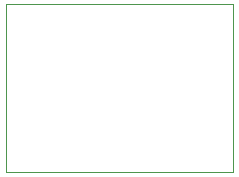
<source format=gbr>
%TF.GenerationSoftware,KiCad,Pcbnew,8.0.5*%
%TF.CreationDate,2025-09-15T10:24:37+05:30*%
%TF.ProjectId,design_buck_converter,64657369-676e-45f6-9275-636b5f636f6e,rev?*%
%TF.SameCoordinates,Original*%
%TF.FileFunction,Profile,NP*%
%FSLAX46Y46*%
G04 Gerber Fmt 4.6, Leading zero omitted, Abs format (unit mm)*
G04 Created by KiCad (PCBNEW 8.0.5) date 2025-09-15 10:24:37*
%MOMM*%
%LPD*%
G01*
G04 APERTURE LIST*
%TA.AperFunction,Profile*%
%ADD10C,0.050000*%
%TD*%
G04 APERTURE END LIST*
D10*
X172500000Y-67750000D02*
X191750000Y-67750000D01*
X191750000Y-82000000D01*
X172500000Y-82000000D01*
X172500000Y-67750000D01*
M02*

</source>
